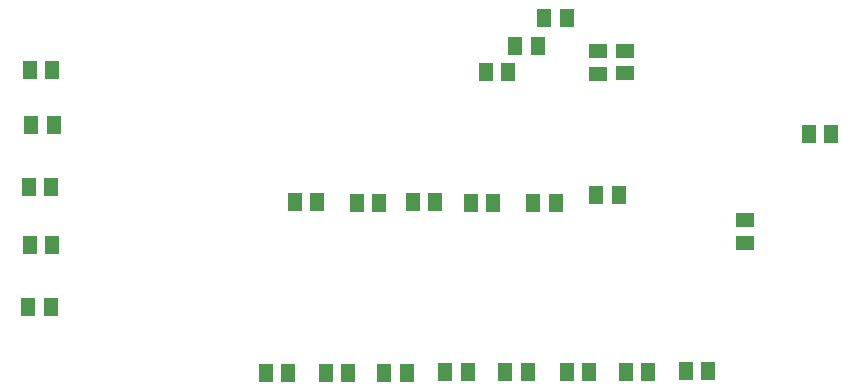
<source format=gbr>
G04 EAGLE Gerber RS-274X export*
G75*
%MOMM*%
%FSLAX34Y34*%
%LPD*%
%INSolderpaste Top*%
%IPPOS*%
%AMOC8*
5,1,8,0,0,1.08239X$1,22.5*%
G01*
G04 Define Apertures*
%ADD10R,1.500000X1.300000*%
%ADD11R,1.300000X1.500000*%
D10*
X898303Y394678D03*
X898303Y413678D03*
D11*
X511737Y284714D03*
X492737Y284714D03*
X612293Y284773D03*
X593293Y284773D03*
X714822Y285025D03*
X695822Y285025D03*
X816744Y285494D03*
X797744Y285494D03*
X517264Y429609D03*
X536264Y429609D03*
X617436Y428943D03*
X636436Y428943D03*
X719321Y428386D03*
X738321Y428386D03*
X952493Y486601D03*
X971493Y486601D03*
X562717Y284607D03*
X543717Y284607D03*
X663954Y284986D03*
X644954Y284986D03*
X766705Y285389D03*
X747705Y285389D03*
X728843Y584704D03*
X747843Y584704D03*
X311125Y442239D03*
X292125Y442239D03*
X867523Y285745D03*
X848523Y285745D03*
D10*
X797433Y557505D03*
X797433Y538505D03*
D11*
X312046Y541022D03*
X293046Y541022D03*
X704081Y561658D03*
X723081Y561658D03*
X311916Y392589D03*
X292916Y392589D03*
X679316Y538925D03*
X698316Y538925D03*
X310681Y340424D03*
X291681Y340424D03*
D10*
X774097Y556997D03*
X774097Y537997D03*
D11*
X313379Y494349D03*
X294379Y494349D03*
X569842Y428466D03*
X588842Y428466D03*
X666394Y428466D03*
X685394Y428466D03*
X772630Y435261D03*
X791630Y435261D03*
M02*

</source>
